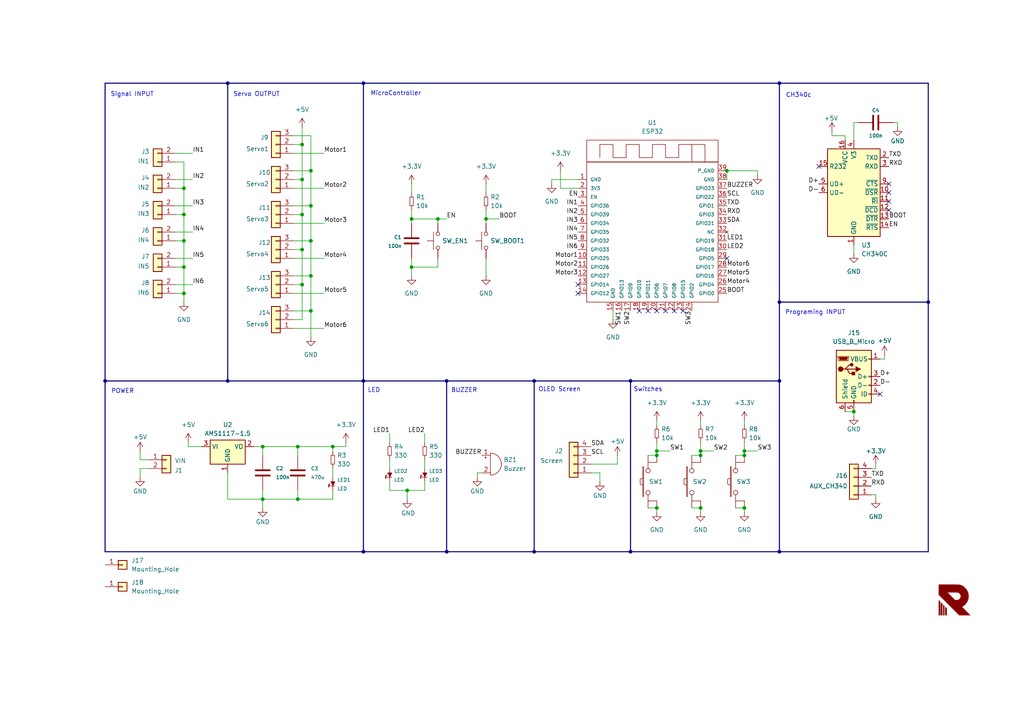
<source format=kicad_sch>
(kicad_sch (version 20231120) (generator "eeschema") (generator_version "8.0")
  (paper "A4")
  (title_block (title "MicroControlador Electroencefalograma") (date "2025-05-07") (rev "v1.0") (company "E.E.S.T. N°5 \"2 de Abril\" Temperley") (comment 1 "Autor: Iván Romano") (comment 2 "Curso: 7mo 6ta") (comment 3 "Grupo 2"))
  (lib_symbols
    (symbol "Connector:USB_B_Micro" (pin_names (offset 1.016))
      (property "Reference" "J" (at -5.08 11.43 0))
      (property "Value" "USB_B_Micro" (at -5.08 8.89 0))
      (symbol "USB_B_Micro_1_1"
        (pin power_out line (at 7.62 5.08 180) (length 2.54) (name "VBUS") (number "1"))
        (pin bidirectional line (at 7.62 -2.54 180) (length 2.54) (name "D-") (number "2"))
        (pin bidirectional line (at 7.62 0 180) (length 2.54) (name "D+") (number "3"))
        (pin passive line (at 7.62 -5.08 180) (length 2.54) (name "ID") (number "4"))
        (pin power_out line (at 0 -10.16 90) (length 2.54) (name "GND") (number "5"))
        (pin passive line (at -2.54 -10.16 90) (length 2.54) (name "Shield") (number "6"))
      )
    )
    (symbol "Connector_Generic:Conn_01x01" (pin_names (offset 1.016) hide)
      (property "Reference" "J" (at 0 2.54 0))
      (property "Value" "Conn_01x01" (at 0 -2.54 0))
      (symbol "Conn_01x01_1_1"
        (pin passive line (at -5.08 0 0) (length 3.81) (name "Pin_1") (number "1"))
      )
    )
    (symbol "Connector_Generic:Conn_01x02" (pin_names (offset 1.016) hide)
      (property "Reference" "J" (at 0 2.54 0))
      (property "Value" "Conn_01x02" (at 0 -5.08 0))
      (symbol "Conn_01x02_1_1"
        (pin passive line (at -5.08 0 0) (length 3.81) (name "Pin_1") (number "1"))
        (pin passive line (at -5.08 -2.54 0) (length 3.81) (name "Pin_2") (number "2"))
      )
    )
    (symbol "Connector_Generic:Conn_01x03" (pin_names (offset 1.016) hide)
      (property "Reference" "J" (at 0 5.08 0))
      (property "Value" "Conn_01x03" (at 0 -5.08 0))
      (symbol "Conn_01x03_1_1"
        (pin passive line (at -5.08 2.54 0) (length 3.81) (name "Pin_1") (number "1"))
        (pin passive line (at -5.08 0 0) (length 3.81) (name "Pin_2") (number "2"))
        (pin passive line (at -5.08 -2.54 0) (length 3.81) (name "Pin_3") (number "3"))
      )
    )
    (symbol "Connector_Generic:Conn_01x04" (pin_names (offset 1.016) hide)
      (property "Reference" "J" (at 0 5.08 0))
      (property "Value" "Conn_01x04" (at 0 -7.62 0))
      (symbol "Conn_01x04_1_1"
        (pin passive line (at -5.08 2.54 0) (length 3.81) (name "Pin_1") (number "1"))
        (pin passive line (at -5.08 0 0) (length 3.81) (name "Pin_2") (number "2"))
        (pin passive line (at -5.08 -2.54 0) (length 3.81) (name "Pin_3") (number "3"))
        (pin passive line (at -5.08 -5.08 0) (length 3.81) (name "Pin_4") (number "4"))
      )
    )
    (symbol "EESTN5:Buzzer" (pin_names (offset 0.0254) hide)
      (property "Reference" "BZ" (at 3.81 1.27 0))
      (property "Value" "Buzzer" (at 3.81 -1.27 0))
      (symbol "Buzzer_1_1"
        (pin passive line (at -2.54 2.54 0) (length 2.54) (name "-") (number "1"))
        (pin passive line (at -2.54 -2.54 0) (length 2.54) (name "+") (number "2"))
      )
    )
    (symbol "EESTN5:C" (pin_numbers hide) (pin_names (offset 0.254))
      (property "Reference" "C" (at 0 2.54 0))
      (property "Value" "C" (at 0.1524 -2.159 0))
      (symbol "C_1_1"
        (pin passive line (at 0 5.08 270) (length 4.318) (name "~") (number "1"))
        (pin passive line (at 0 -5.08 90) (length 4.318) (name "~") (number "2"))
      )
    )
    (symbol "EESTN5:LED" (pin_numbers hide) (pin_names (offset 1.016) hide)
      (property "Reference" "LED" (at 0 2.54 0))
      (property "Value" "LED" (at 0 -2.54 0))
      (symbol "LED_1_1"
        (pin passive line (at -1.27 0 0) (length 1.27) (name "A") (number "1"))
        (pin passive line (at 2.54 0 180) (length 1.27) (name "K") (number "2"))
      )
    )
    (symbol "EESTN5:R" (pin_numbers hide) (pin_names (offset 0))
      (property "Reference" "R" (at -1.27 0 90))
      (property "Value" "R" (at 1.27 0 90))
      (symbol "R_1_1"
        (pin passive line (at 0 2.54 270) (length 1.27) (name "~") (number "1"))
        (pin passive line (at 0 -2.54 90) (length 1.27) (name "~") (number "2"))
      )
    )
    (symbol "EESTN5:SW_PUSH" (pin_numbers hide) (pin_names (offset 1.016) hide)
      (property "Reference" "SW" (at 3.81 2.794 0))
      (symbol "SW_PUSH_0_1"
        (pin passive inverted (at -7.62 0 0) (length 5.08) (name "1") (number "1"))
        (pin passive inverted (at 7.62 0 180) (length 5.08) (name "3") (number "3"))
      )
      (symbol "SW_PUSH_1_1"
        (pin input line (at -7.62 -2.54 0) (length 2.0066) (name "2") (number "2"))
        (pin input line (at 7.62 -2.54 180) (length 2.0066) (name "4") (number "4"))
      )
    )
    (symbol "EESTN5:SW_Push" (pin_numbers hide) (pin_names (offset 1.016) hide)
      (property "Reference" "SW" (at 1.27 2.54 0))
      (symbol "SW_Push_0_1"
        (pin passive line (at -5.08 0 0) (length 2.54) (name "1") (number "1"))
        (pin passive line (at 5.08 0 180) (length 2.54) (name "2") (number "2"))
      )
    )
    (symbol "Interface_USB:CH340C"
      (property "Reference" "U" (at -5.08 13.97 0))
      (property "Value" "CH340C" (at 1.27 13.97 0))
      (symbol "CH340C_1_1"
        (pin power_in line (at 0 -15.24 90) (length 2.54) (name "GND") (number "1"))
        (pin input line (at 10.16 0 180) (length 2.54) (name "~{DSR}") (number "10"))
        (pin input line (at 10.16 -2.54 180) (length 2.54) (name "~{RI}") (number "11"))
        (pin input line (at 10.16 -5.08 180) (length 2.54) (name "~{DCD}") (number "12"))
        (pin output line (at 10.16 -7.62 180) (length 2.54) (name "~{DTR}") (number "13"))
        (pin output line (at 10.16 -10.16 180) (length 2.54) (name "~{RTS}") (number "14"))
        (pin input line (at -10.16 7.62 0) (length 2.54) (name "R232") (number "15"))
        (pin power_in line (at -2.54 15.24 270) (length 2.54) (name "VCC") (number "16"))
        (pin output line (at 10.16 10.16 180) (length 2.54) (name "TXD") (number "2"))
        (pin input line (at 10.16 7.62 180) (length 2.54) (name "RXD") (number "3"))
        (pin power_out line (at 0 15.24 270) (length 2.54) (name "V3") (number "4"))
        (pin bidirectional line (at -10.16 2.54 0) (length 2.54) (name "UD+") (number "5"))
        (pin bidirectional line (at -10.16 0 0) (length 2.54) (name "UD-") (number "6"))
        (pin no_connect line (at -7.62 -5.08 0) (length 2.54) hide (name "NC") (number "7"))
        (pin no_connect line (at -7.62 -7.62 0) (length 2.54) hide (name "NC") (number "8"))
        (pin input line (at 10.16 2.54 180) (length 2.54) (name "~{CTS}") (number "9"))
      )
    )
    (symbol "Logo_Romano:LOGO" (pin_names (offset 1.016)))
    (symbol "MacroLib:ESP32" (pin_names (offset 1.016))
      (property "Reference" "U" (at 0 27.94 0))
      (property "Value" "ESP32" (at 0 30.48 0))
      (symbol "ESP32_1_1"
        (pin bidirectional line (at -21.59 13.97 0) (length 2.54) (name "GND") (number "1"))
        (pin bidirectional line (at -21.59 -8.89 0) (length 2.54) (name "GPIO25") (number "10"))
        (pin bidirectional line (at -21.59 -11.43 0) (length 2.54) (name "GPIO26") (number "11"))
        (pin bidirectional line (at -21.59 -13.97 0) (length 2.54) (name "GPIO27") (number "12"))
        (pin bidirectional line (at -21.59 -16.51 0) (length 2.54) (name "GPIO14") (number "13"))
        (pin bidirectional line (at -21.59 -19.05 0) (length 2.54) (name "GPIO12") (number "14"))
        (pin bidirectional line (at -11.43 -24.13 90) (length 2.54) (name "GND") (number "15"))
        (pin bidirectional line (at -8.89 -24.13 90) (length 2.54) (name "GPIO13") (number "16"))
        (pin bidirectional line (at -6.35 -24.13 90) (length 2.54) (name "GPIO9") (number "17"))
        (pin bidirectional line (at -3.81 -24.13 90) (length 2.54) (name "GPIO10") (number "18"))
        (pin bidirectional line (at -1.27 -24.13 90) (length 2.54) (name "GPIO11") (number "19"))
        (pin bidirectional line (at -21.59 11.43 0) (length 2.54) (name "3V3") (number "2"))
        (pin bidirectional line (at 1.27 -24.13 90) (length 2.54) (name "GPIO6") (number "20"))
        (pin bidirectional line (at 3.81 -24.13 90) (length 2.54) (name "GPIO7") (number "21"))
        (pin bidirectional line (at 6.35 -24.13 90) (length 2.54) (name "GPIO8") (number "22"))
        (pin bidirectional line (at 8.89 -24.13 90) (length 2.54) (name "GPIO15") (number "23"))
        (pin bidirectional line (at 11.43 -24.13 90) (length 2.54) (name "GPIO2") (number "24"))
        (pin bidirectional line (at 21.59 -19.05 180) (length 2.54) (name "GPIO0") (number "25"))
        (pin bidirectional line (at 21.59 -16.51 180) (length 2.54) (name "GPIO4") (number "26"))
        (pin bidirectional line (at 21.59 -13.97 180) (length 2.54) (name "GPIO16") (number "27"))
        (pin bidirectional line (at 21.59 -11.43 180) (length 2.54) (name "GPIO17") (number "28"))
        (pin bidirectional line (at 21.59 -8.89 180) (length 2.54) (name "GPIO5") (number "29"))
        (pin bidirectional line (at -21.59 8.89 0) (length 2.54) (name "EN") (number "3"))
        (pin bidirectional line (at 21.59 -6.35 180) (length 2.54) (name "GPIO18") (number "30"))
        (pin bidirectional line (at 21.59 -3.81 180) (length 2.54) (name "GPIO19") (number "31"))
        (pin no_connect line (at 21.59 -1.27 180) (length 2.54) (name "NC") (number "32"))
        (pin bidirectional line (at 21.59 1.27 180) (length 2.54) (name "GPIO21") (number "33"))
        (pin input line (at 21.59 3.81 180) (length 2.54) (name "GPIO3") (number "34"))
        (pin output line (at 21.59 6.35 180) (length 2.54) (name "GPIO1") (number "35"))
        (pin bidirectional line (at 21.59 8.89 180) (length 2.54) (name "GPIO22") (number "36"))
        (pin bidirectional line (at 21.59 11.43 180) (length 2.54) (name "GPIO23") (number "37"))
        (pin bidirectional line (at 21.59 13.97 180) (length 2.54) (name "GND") (number "38"))
        (pin bidirectional line (at 21.59 16.51 180) (length 2.54) (name "P_GND") (number "39"))
        (pin input line (at -21.59 6.35 0) (length 2.54) (name "GPIO36") (number "4"))
        (pin input line (at -21.59 3.81 0) (length 2.54) (name "GPIO39") (number "5"))
        (pin input line (at -21.59 1.27 0) (length 2.54) (name "GPIO34") (number "6"))
        (pin input line (at -21.59 -1.27 0) (length 2.54) (name "GPIO35") (number "7"))
        (pin bidirectional line (at -21.59 -3.81 0) (length 2.54) (name "GPIO32") (number "8"))
        (pin bidirectional line (at -21.59 -6.35 0) (length 2.54) (name "GPIO33") (number "9"))
      )
    )
    (symbol "Regulator_Linear:AMS1117-1.5"
      (property "Reference" "U" (at -3.81 3.175 0))
      (property "Value" "AMS1117-1.5" (at 0 3.175 0))
      (symbol "AMS1117-1.5_1_1"
        (pin power_in line (at 0 -7.62 90) (length 2.54) (name "GND") (number "1"))
        (pin power_out line (at 7.62 0 180) (length 2.54) (name "VO") (number "2"))
        (pin power_in line (at -7.62 0 0) (length 2.54) (name "VI") (number "3"))
      )
    )
    (symbol "power:+3.3V" (power) (pin_numbers hide) (pin_names (offset 0) hide)
      (property "Value" "+3.3V" (at 0 3.556 0))
      (symbol "+3.3V_1_1"
        (pin power_in line (at 0 0 90) (length 0) (name "~") (number "1"))
      )
    )
    (symbol "power:+5V" (power) (pin_numbers hide) (pin_names (offset 0) hide)
      (property "Value" "+5V" (at 0 3.556 0))
      (symbol "+5V_1_1"
        (pin power_in line (at 0 0 90) (length 0) (name "~") (number "1"))
      )
    )
    (symbol "power:GND" (power) (pin_numbers hide) (pin_names (offset 0) hide)
      (property "Value" "GND" (at 0 -3.81 0))
      (symbol "GND_1_1"
        (pin power_in line (at 0 0 270) (length 0) (name "~") (number "1"))
      )
    )
  )
  (junction (at 190.5 132.08))
  (junction (at 53.34 62.23))
  (junction (at 182.88 110.49))
  (junction (at 53.34 77.47))
  (junction (at 203.2 130.81))
  (junction (at 53.34 54.61))
  (junction (at 76.2 144.78))
  (junction (at 190.5 147.32))
  (junction (at 129.54 110.49))
  (junction (at 86.36 144.78))
  (junction (at 182.88 160.02))
  (junction (at 226.06 160.02))
  (junction (at 215.9 130.81))
  (junction (at 215.9 147.32))
  (junction (at 140.97 63.5))
  (junction (at 90.17 80.01))
  (junction (at 53.34 69.85))
  (junction (at 154.94 110.49))
  (junction (at 119.38 63.5))
  (junction (at 76.2 129.54))
  (junction (at 247.65 119.38))
  (junction (at 90.17 49.53))
  (junction (at 210.82 49.53))
  (junction (at 66.04 110.49))
  (junction (at 226.06 87.63))
  (junction (at 87.63 72.39))
  (junction (at 30.48 110.49))
  (junction (at 119.38 77.47))
  (junction (at 203.2 132.08))
  (junction (at 118.11 142.24))
  (junction (at 226.06 110.49))
  (junction (at 154.94 160.02))
  (junction (at 226.06 24.13))
  (junction (at 86.36 129.54))
  (junction (at 105.41 110.49))
  (junction (at 53.34 85.09))
  (junction (at 87.63 52.07))
  (junction (at 105.41 24.13))
  (junction (at 90.17 90.17))
  (junction (at 90.17 69.85))
  (junction (at 129.54 160.02))
  (junction (at 127 63.5))
  (junction (at 87.63 62.23))
  (junction (at 90.17 59.69))
  (junction (at 66.04 24.13))
  (junction (at 269.24 87.63))
  (junction (at 87.63 82.55))
  (junction (at 96.52 129.54))
  (junction (at 105.41 160.02))
  (junction (at 203.2 147.32))
  (junction (at 215.9 132.08))
  (junction (at 87.63 41.91))
  (junction (at 190.5 130.81))
  (no_connect (at 210.82 74.93))
  (no_connect (at 257.81 60.96))
  (no_connect (at 190.5 90.17))
  (no_connect (at 257.81 55.88))
  (no_connect (at 187.96 90.17))
  (no_connect (at 167.64 82.55))
  (no_connect (at 185.42 90.17))
  (no_connect (at 193.04 90.17))
  (no_connect (at 255.27 114.3))
  (no_connect (at 195.58 90.17))
  (no_connect (at 257.81 53.34))
  (no_connect (at 198.12 90.17))
  (no_connect (at 237.49 48.26))
  (no_connect (at 257.81 58.42))
  (no_connect (at 167.64 85.09))
  (wire (pts (xy 247.65 71.12) (xy 247.65 73.66)))
  (bus (pts (xy 226.06 24.13) (xy 105.41 24.13)))
  (bus (pts (xy 105.41 110.49) (xy 105.41 24.13)))
  (wire (pts (xy 85.09 52.07) (xy 87.63 52.07)))
  (wire (pts (xy 96.52 129.54) (xy 96.52 130.81)))
  (wire (pts (xy 113.03 142.24) (xy 118.11 142.24)))
  (wire (pts (xy 241.3 38.1) (xy 241.3 39.37)))
  (wire (pts (xy 85.09 59.69) (xy 90.17 59.69)))
  (wire (pts (xy 87.63 52.07) (xy 87.63 62.23)))
  (wire (pts (xy 113.03 139.7) (xy 113.03 142.24)))
  (wire (pts (xy 190.5 121.92) (xy 190.5 123.19)))
  (wire (pts (xy 85.09 41.91) (xy 87.63 41.91)))
  (wire (pts (xy 87.63 36.83) (xy 87.63 41.91)))
  (wire (pts (xy 53.34 54.61) (xy 53.34 62.23)))
  (bus (pts (xy 129.54 110.49) (xy 129.54 160.02)))
  (wire (pts (xy 138.43 138.43) (xy 138.43 137.16)))
  (wire (pts (xy 123.19 139.7) (xy 123.19 142.24)))
  (wire (pts (xy 85.09 95.25) (xy 93.98 95.25)))
  (wire (pts (xy 260.35 36.83) (xy 260.35 35.56)))
  (wire (pts (xy 85.09 90.17) (xy 90.17 90.17)))
  (wire (pts (xy 53.34 62.23) (xy 53.34 69.85)))
  (bus (pts (xy 30.48 24.13) (xy 30.48 110.49)))
  (wire (pts (xy 85.09 74.93) (xy 93.98 74.93)))
  (wire (pts (xy 87.63 41.91) (xy 87.63 52.07)))
  (wire (pts (xy 76.2 144.78) (xy 66.04 144.78)))
  (wire (pts (xy 76.2 144.78) (xy 76.2 147.32)))
  (wire (pts (xy 76.2 142.24) (xy 76.2 144.78)))
  (wire (pts (xy 54.61 129.54) (xy 58.42 129.54)))
  (wire (pts (xy 203.2 130.81) (xy 203.2 132.08)))
  (wire (pts (xy 123.19 133.35) (xy 123.19 135.89)))
  (wire (pts (xy 119.38 77.47) (xy 127 77.47)))
  (wire (pts (xy 248.92 35.56) (xy 247.65 35.56)))
  (wire (pts (xy 86.36 129.54) (xy 76.2 129.54)))
  (wire (pts (xy 85.09 62.23) (xy 87.63 62.23)))
  (wire (pts (xy 215.9 130.81) (xy 215.9 132.08)))
  (wire (pts (xy 43.18 133.35) (xy 40.64 133.35)))
  (wire (pts (xy 173.99 137.16) (xy 171.45 137.16)))
  (wire (pts (xy 119.38 53.34) (xy 119.38 55.88)))
  (wire (pts (xy 40.64 135.89) (xy 43.18 135.89)))
  (bus (pts (xy 226.06 24.13) (xy 226.06 87.63)))
  (bus (pts (xy 30.48 160.02) (xy 105.41 160.02)))
  (wire (pts (xy 160.02 53.34) (xy 160.02 52.07)))
  (bus (pts (xy 66.04 24.13) (xy 30.48 24.13)))
  (wire (pts (xy 177.8 90.17) (xy 177.8 92.71)))
  (wire (pts (xy 90.17 59.69) (xy 90.17 69.85)))
  (wire (pts (xy 85.09 54.61) (xy 93.98 54.61)))
  (wire (pts (xy 138.43 137.16) (xy 139.7 137.16)))
  (wire (pts (xy 187.96 132.08) (xy 190.5 132.08)))
  (wire (pts (xy 90.17 90.17) (xy 90.17 97.79)))
  (wire (pts (xy 76.2 129.54) (xy 73.66 129.54)))
  (wire (pts (xy 96.52 142.24) (xy 96.52 144.78)))
  (wire (pts (xy 85.09 82.55) (xy 87.63 82.55)))
  (wire (pts (xy 90.17 80.01) (xy 90.17 90.17)))
  (wire (pts (xy 113.03 133.35) (xy 113.03 135.89)))
  (wire (pts (xy 50.8 52.07) (xy 55.88 52.07)))
  (wire (pts (xy 190.5 148.59) (xy 190.5 147.32)))
  (wire (pts (xy 173.99 139.7) (xy 173.99 137.16)))
  (wire (pts (xy 96.52 144.78) (xy 86.36 144.78)))
  (wire (pts (xy 100.33 129.54) (xy 96.52 129.54)))
  (wire (pts (xy 85.09 80.01) (xy 90.17 80.01)))
  (bus (pts (xy 226.06 160.02) (xy 269.24 160.02)))
  (wire (pts (xy 203.2 148.59) (xy 203.2 147.32)))
  (wire (pts (xy 50.8 46.99) (xy 53.34 46.99)))
  (wire (pts (xy 50.8 59.69) (xy 55.88 59.69)))
  (wire (pts (xy 96.52 129.54) (xy 86.36 129.54)))
  (wire (pts (xy 219.71 49.53) (xy 210.82 49.53)))
  (bus (pts (xy 30.48 110.49) (xy 30.48 160.02)))
  (wire (pts (xy 127 63.5) (xy 129.54 63.5)))
  (wire (pts (xy 119.38 77.47) (xy 119.38 80.01)))
  (wire (pts (xy 90.17 69.85) (xy 90.17 80.01)))
  (bus (pts (xy 154.94 110.49) (xy 154.94 160.02)))
  (wire (pts (xy 254 144.78) (xy 254 143.51)))
  (bus (pts (xy 105.41 110.49) (xy 129.54 110.49)))
  (wire (pts (xy 85.09 64.77) (xy 93.98 64.77)))
  (wire (pts (xy 200.66 147.32) (xy 203.2 147.32)))
  (wire (pts (xy 85.09 44.45) (xy 93.98 44.45)))
  (wire (pts (xy 160.02 52.07) (xy 167.64 52.07)))
  (bus (pts (xy 66.04 24.13) (xy 66.04 110.49)))
  (wire (pts (xy 90.17 49.53) (xy 90.17 59.69)))
  (wire (pts (xy 254 134.62) (xy 254 135.89)))
  (wire (pts (xy 50.8 62.23) (xy 53.34 62.23)))
  (wire (pts (xy 254 135.89) (xy 252.73 135.89)))
  (wire (pts (xy 127 77.47) (xy 127 74.93)))
  (wire (pts (xy 66.04 144.78) (xy 66.04 137.16)))
  (wire (pts (xy 40.64 138.43) (xy 40.64 135.89)))
  (wire (pts (xy 260.35 35.56) (xy 259.08 35.56)))
  (wire (pts (xy 127 63.5) (xy 127 64.77)))
  (wire (pts (xy 140.97 53.34) (xy 140.97 55.88)))
  (bus (pts (xy 226.06 87.63) (xy 269.24 87.63)))
  (wire (pts (xy 85.09 49.53) (xy 90.17 49.53)))
  (bus (pts (xy 154.94 160.02) (xy 182.88 160.02)))
  (bus (pts (xy 129.54 110.49) (xy 154.94 110.49)))
  (wire (pts (xy 247.65 35.56) (xy 247.65 40.64)))
  (bus (pts (xy 105.41 24.13) (xy 66.04 24.13)))
  (bus (pts (xy 226.06 110.49) (xy 226.06 160.02)))
  (wire (pts (xy 256.54 102.87) (xy 256.54 104.14)))
  (wire (pts (xy 50.8 54.61) (xy 53.34 54.61)))
  (bus (pts (xy 30.48 110.49) (xy 66.04 110.49)))
  (wire (pts (xy 162.56 49.53) (xy 162.56 54.61)))
  (wire (pts (xy 85.09 72.39) (xy 87.63 72.39)))
  (wire (pts (xy 53.34 46.99) (xy 53.34 54.61)))
  (wire (pts (xy 215.9 121.92) (xy 215.9 123.19)))
  (wire (pts (xy 50.8 69.85) (xy 53.34 69.85)))
  (bus (pts (xy 105.41 110.49) (xy 105.41 160.02)))
  (wire (pts (xy 113.03 125.73) (xy 113.03 128.27)))
  (wire (pts (xy 119.38 63.5) (xy 119.38 64.77)))
  (wire (pts (xy 119.38 63.5) (xy 127 63.5)))
  (wire (pts (xy 96.52 135.89) (xy 96.52 138.43)))
  (wire (pts (xy 179.07 132.08) (xy 179.07 134.62)))
  (bus (pts (xy 226.06 87.63) (xy 226.06 110.49)))
  (wire (pts (xy 50.8 77.47) (xy 53.34 77.47)))
  (wire (pts (xy 50.8 82.55) (xy 55.88 82.55)))
  (wire (pts (xy 119.38 74.93) (xy 119.38 77.47)))
  (wire (pts (xy 140.97 60.96) (xy 140.97 63.5)))
  (wire (pts (xy 215.9 130.81) (xy 219.71 130.81)))
  (wire (pts (xy 53.34 77.47) (xy 53.34 85.09)))
  (bus (pts (xy 182.88 110.49) (xy 182.88 160.02)))
  (wire (pts (xy 256.54 104.14) (xy 255.27 104.14)))
  (wire (pts (xy 254 143.51) (xy 252.73 143.51)))
  (wire (pts (xy 86.36 129.54) (xy 86.36 132.08)))
  (wire (pts (xy 245.11 119.38) (xy 247.65 119.38)))
  (wire (pts (xy 200.66 132.08) (xy 203.2 132.08)))
  (wire (pts (xy 210.82 49.53) (xy 210.82 52.07)))
  (wire (pts (xy 140.97 63.5) (xy 140.97 64.77)))
  (wire (pts (xy 76.2 129.54) (xy 76.2 132.08)))
  (bus (pts (xy 105.41 160.02) (xy 129.54 160.02)))
  (wire (pts (xy 85.09 39.37) (xy 90.17 39.37)))
  (wire (pts (xy 118.11 142.24) (xy 123.19 142.24)))
  (wire (pts (xy 86.36 142.24) (xy 86.36 144.78)))
  (wire (pts (xy 140.97 74.93) (xy 140.97 80.01)))
  (wire (pts (xy 50.8 67.31) (xy 55.88 67.31)))
  (wire (pts (xy 53.34 85.09) (xy 53.34 87.63)))
  (wire (pts (xy 213.36 132.08) (xy 215.9 132.08)))
  (bus (pts (xy 182.88 110.49) (xy 226.06 110.49)))
  (bus (pts (xy 269.24 87.63) (xy 269.24 160.02)))
  (wire (pts (xy 203.2 130.81) (xy 207.01 130.81)))
  (wire (pts (xy 54.61 128.27) (xy 54.61 129.54)))
  (wire (pts (xy 87.63 62.23) (xy 87.63 72.39)))
  (wire (pts (xy 123.19 125.73) (xy 123.19 128.27)))
  (wire (pts (xy 53.34 69.85) (xy 53.34 77.47)))
  (wire (pts (xy 85.09 85.09) (xy 93.98 85.09)))
  (wire (pts (xy 245.11 39.37) (xy 245.11 40.64)))
  (bus (pts (xy 129.54 160.02) (xy 154.94 160.02)))
  (wire (pts (xy 50.8 74.93) (xy 55.88 74.93)))
  (bus (pts (xy 182.88 160.02) (xy 226.06 160.02)))
  (wire (pts (xy 171.45 134.62) (xy 179.07 134.62)))
  (wire (pts (xy 87.63 72.39) (xy 87.63 82.55)))
  (wire (pts (xy 90.17 39.37) (xy 90.17 49.53)))
  (wire (pts (xy 190.5 130.81) (xy 194.31 130.81)))
  (wire (pts (xy 86.36 144.78) (xy 76.2 144.78)))
  (wire (pts (xy 118.11 142.24) (xy 118.11 144.78)))
  (wire (pts (xy 40.64 133.35) (xy 40.64 130.81)))
  (wire (pts (xy 187.96 147.32) (xy 190.5 147.32)))
  (wire (pts (xy 241.3 39.37) (xy 245.11 39.37)))
  (wire (pts (xy 203.2 128.27) (xy 203.2 130.81)))
  (wire (pts (xy 219.71 50.8) (xy 219.71 49.53)))
  (wire (pts (xy 247.65 119.38) (xy 247.65 120.65)))
  (wire (pts (xy 162.56 54.61) (xy 167.64 54.61)))
  (wire (pts (xy 87.63 82.55) (xy 87.63 92.71)))
  (wire (pts (xy 190.5 128.27) (xy 190.5 130.81)))
  (wire (pts (xy 50.8 85.09) (xy 53.34 85.09)))
  (wire (pts (xy 203.2 121.92) (xy 203.2 123.19)))
  (wire (pts (xy 190.5 130.81) (xy 190.5 132.08)))
  (bus (pts (xy 269.24 24.13) (xy 226.06 24.13)))
  (wire (pts (xy 50.8 44.45) (xy 55.88 44.45)))
  (wire (pts (xy 215.9 148.59) (xy 215.9 147.32)))
  (wire (pts (xy 85.09 92.71) (xy 87.63 92.71)))
  (wire (pts (xy 215.9 128.27) (xy 215.9 130.81)))
  (bus (pts (xy 269.24 24.13) (xy 269.24 87.63)))
  (wire (pts (xy 213.36 147.32) (xy 215.9 147.32)))
  (wire (pts (xy 140.97 63.5) (xy 144.78 63.5)))
  (wire (pts (xy 85.09 69.85) (xy 90.17 69.85)))
  (wire (pts (xy 100.33 128.27) (xy 100.33 129.54)))
  (bus (pts (xy 154.94 110.49) (xy 182.88 110.49)))
  (bus (pts (xy 66.04 110.49) (xy 105.41 110.49)))
  (wire (pts (xy 119.38 60.96) (xy 119.38 63.5)))
  (text "Programing INPUT" (at 236.474 90.678 0) (effects (font (size 1.27 1.27))))
  (text "CH340c" (at 231.648 27.686 0) (effects (font (size 1.27 1.27))))
  (text "BUZZER" (at 134.62 113.284 0) (effects (font (size 1.27 1.27))))
  (text "POWER" (at 35.56 113.538 0) (effects (font (size 1.27 1.27))))
  (text "Switches" (at 187.96 113.03 0) (effects (font (size 1.27 1.27))))
  (text "OLED Screen" (at 162.306 113.03 0) (effects (font (size 1.27 1.27))))
  (text "Signal INPUT" (at 38.354 27.432 0) (effects (font (size 1.27 1.27))))
  (text "MicroController" (at 114.808 27.178 0) (effects (font (size 1.27 1.27))))
  (text "Servo OUTPUT" (at 74.422 27.432 0) (effects (font (size 1.27 1.27))))
  (text "LED" (at 108.458 113.284 0) (effects (font (size 1.27 1.27))))
  (label "SCL" (at 210.82 57.15 0))
  (label "IN1" (at 55.88 44.45 0))
  (label "SW1" (at 180.34 90.17 270))
  (label "Motor1" (at 167.64 74.93 180))
  (label "TXD" (at 252.73 138.43 0))
  (label "LED2" (at 210.82 72.39 0))
  (label "D+" (at 237.49 53.34 180))
  (label "BOOT" (at 144.78 63.5 0))
  (label "TXD" (at 257.81 45.72 0))
  (label "SDA" (at 210.82 64.77 0))
  (label "SDA" (at 171.45 129.54 0))
  (label "Motor6" (at 210.82 77.47 0))
  (label "IN1" (at 167.64 59.69 180))
  (label "EN" (at 167.64 57.15 180))
  (label "IN2" (at 55.88 52.07 0))
  (label "RXD" (at 210.82 62.23 0))
  (label "D-" (at 237.49 55.88 180))
  (label "EN" (at 129.54 63.5 0))
  (label "Motor2" (at 167.64 77.47 180))
  (label "SW3" (at 219.71 130.81 0))
  (label "SW3" (at 200.66 90.17 270))
  (label "Motor4" (at 93.98 74.93 0))
  (label "SW1" (at 194.31 130.81 0))
  (label "SW2" (at 182.88 90.17 270))
  (label "IN3" (at 55.88 59.69 0))
  (label "BUZZER" (at 210.82 54.61 0))
  (label "BOOT" (at 210.82 85.09 0))
  (label "LED1" (at 113.03 125.73 180))
  (label "SW2" (at 207.01 130.81 0))
  (label "TXD" (at 210.82 59.69 0))
  (label "IN2" (at 167.64 62.23 180))
  (label "IN6" (at 167.64 72.39 180))
  (label "IN3" (at 167.64 64.77 180))
  (label "IN5" (at 55.88 74.93 0))
  (label "BOOT" (at 257.81 63.5 0))
  (label "LED2" (at 123.19 125.73 180))
  (label "BUZZER" (at 139.7 132.08 180))
  (label "LED1" (at 210.82 69.85 0))
  (label "Motor6" (at 93.98 95.25 0))
  (label "D-" (at 255.27 111.76 0))
  (label "SCL" (at 171.45 132.08 0))
  (label "Motor5" (at 210.82 80.01 0))
  (label "RXD" (at 252.73 140.97 0))
  (label "Motor2" (at 93.98 54.61 0))
  (label "Motor4" (at 210.82 82.55 0))
  (label "Motor1" (at 93.98 44.45 0))
  (label "IN6" (at 55.88 82.55 0))
  (label "RXD" (at 257.81 48.26 0))
  (label "Motor5" (at 93.98 85.09 0))
  (label "Motor3" (at 167.64 80.01 180))
  (label "D+" (at 255.27 109.22 0))
  (label "EN" (at 257.81 66.04 0))
  (label "IN4" (at 167.64 67.31 180))
  (label "IN5" (at 167.64 69.85 180))
  (label "Motor3" (at 93.98 64.77 0))
  (label "IN4" (at 55.88 67.31 0))
  (symbol (lib_id "EESTN5:LED") (at 96.52 139.7 270) (unit 1)
    (property "Reference" "LED1" (at 97.79 139.1919 90) (effects (font (size 1.016 1.016)) (justify left)))
    (property "Value" "LED" (at 97.79 141.7319 90) (effects (font (size 1.016 1.016)) (justify left)))
    (property "Footprint" "EESTN5:LED_1206" (effects (hide yes)))
  )
  (symbol (lib_id "Connector_Generic:Conn_01x02") (at 45.72 69.85 180) (unit 1)
    (property "Reference" "J6" (at 42.164 66.802 0))
    (property "Value" "IN4" (at 41.656 69.596 0))
    (property "Footprint" "Connector_Molex:Molex_KK-254_AE-6410-02A_1x02_P2.54mm_Vertical" (effects (hide yes)))
    (property "Description" "Generic connector, single row, 01x02, script generated (kicad-library-utils/schlib/autogen/connector/)" (effects (hide yes)))
  )
  (symbol (lib_id "power:GND") (at 215.9 148.59 0) (unit 1)
    (property "Reference" "#PWR033" (effects (hide yes)))
    (property "Value" "GND" (at 215.9 153.67 0))
    (property "Description" "Power symbol creates a global label with name \"GND\" , ground" (effects (hide yes)))
  )
  (symbol (lib_id "Connector_Generic:Conn_01x03") (at 80.01 52.07 180) (unit 1)
    (property "Reference" "J10" (at 76.708 50.038 0))
    (property "Value" "Servo2" (at 74.676 53.34 0))
    (property "Footprint" "Connector_Molex:Molex_KK-254_AE-6410-03A_1x03_P2.54mm_Vertical" (effects (hide yes)))
    (property "Description" "Generic connector, single row, 01x03, script generated (kicad-library-utils/schlib/autogen/connector/)" (effects (hide yes)))
  )
  (symbol (lib_id "Connector_Generic:Conn_01x01") (at 35.56 163.83 0) (unit 1)
    (property "Reference" "J17" (at 38.1 162.5599 0) (effects (justify left)))
    (property "Value" "Mounting_Hole" (at 38.1 165.0999 0) (effects (justify left)))
    (property "Footprint" "EESTN5:hole_2mm" (effects (hide yes)))
    (property "Description" "Generic connector, single row, 01x01, script generated (kicad-library-utils/schlib/autogen/connector/)" (effects (hide yes)))
  )
  (symbol (lib_id "power:+3.3V") (at 100.33 128.27 0) (unit 1)
    (property "Reference" "#PWR09" (effects (hide yes)))
    (property "Value" "+3.3V" (at 100.33 123.19 0))
    (property "Description" "Power symbol creates a global label with name \"+3.3V\"" (effects (hide yes)))
  )
  (symbol (lib_id "Connector_Generic:Conn_01x02") (at 45.72 85.09 180) (unit 1)
    (property "Reference" "J8" (at 42.164 82.042 0))
    (property "Value" "IN6" (at 41.656 84.836 0))
    (property "Footprint" "Connector_Molex:Molex_KK-254_AE-6410-02A_1x02_P2.54mm_Vertical" (effects (hide yes)))
    (property "Description" "Generic connector, single row, 01x02, script generated (kicad-library-utils/schlib/autogen/connector/)" (effects (hide yes)))
  )
  (symbol (lib_id "EESTN5:R") (at 190.5 125.73 0) (unit 1)
    (property "Reference" "R6" (at 191.77 124.4599 0) (effects (justify left)))
    (property "Value" "10k" (at 191.77 126.9999 0) (effects (justify left)))
    (property "Footprint" "EESTN5:R_0805" (effects (hide yes)))
    (property "Description" "Resistor" (effects (hide yes)))
  )
  (symbol (lib_id "power:GND") (at 247.65 120.65 0) (unit 1)
    (property "Reference" "#PWR025" (effects (hide yes)))
    (property "Value" "GND" (at 247.65 124.46 0))
    (property "Description" "Power symbol creates a global label with name \"GND\" , ground" (effects (hide yes)))
  )
  (symbol (lib_id "power:+3.3V") (at 254 134.62 0) (unit 1)
    (property "Reference" "#PWR026" (effects (hide yes)))
    (property "Value" "+3.3V" (at 254 130.81 0))
    (property "Description" "Power symbol creates a global label with name \"+3.3V\"" (effects (hide yes)))
  )
  (symbol (lib_id "Connector_Generic:Conn_01x03") (at 80.01 41.91 180) (unit 1)
    (property "Reference" "J9" (at 76.708 39.878 0))
    (property "Value" "Servo1" (at 74.676 43.18 0))
    (property "Footprint" "Connector_Molex:Molex_KK-254_AE-6410-03A_1x03_P2.54mm_Vertical" (effects (hide yes)))
    (property "Description" "Generic connector, single row, 01x03, script generated (kicad-library-utils/schlib/autogen/connector/)" (effects (hide yes)))
  )
  (symbol (lib_id "power:GND") (at 119.38 80.01 0) (unit 1)
    (property "Reference" "#PWR04" (effects (hide yes)))
    (property "Value" "GND" (at 119.38 85.09 0))
    (property "Description" "Power symbol creates a global label with name \"GND\" , ground" (effects (hide yes)))
  )
  (symbol (lib_id "power:+5V") (at 87.63 36.83 0) (unit 1)
    (property "Reference" "#PWR018" (effects (hide yes)))
    (property "Value" "+5V" (at 87.63 31.75 0))
    (property "Description" "Power symbol creates a global label with name \"+5V\"" (effects (hide yes)))
  )
  (symbol (lib_id "EESTN5:C") (at 86.36 137.16 0) (unit 1)
    (property "Reference" "C3" (at 90.17 135.8899 0) (effects (font (size 1.016 1.016)) (justify left)))
    (property "Value" "470u" (at 90.17 138.4299 0) (effects (font (size 1.016 1.016)) (justify left)))
    (property "Footprint" "EESTN5:CAP_ELEC_8x11.5mm" (effects (hide yes)))
  )
  (symbol (lib_id "Connector_Generic:Conn_01x02") (at 45.72 77.47 180) (unit 1)
    (property "Reference" "J7" (at 42.164 74.422 0))
    (property "Value" "IN5" (at 41.656 77.216 0))
    (property "Footprint" "Connector_Molex:Molex_KK-254_AE-6410-02A_1x02_P2.54mm_Vertical" (effects (hide yes)))
    (property "Description" "Generic connector, single row, 01x02, script generated (kicad-library-utils/schlib/autogen/connector/)" (effects (hide yes)))
  )
  (symbol (lib_id "Connector_Generic:Conn_01x02") (at 48.26 133.35 0) (unit 1)
    (property "Reference" "J1" (at 51.816 136.398 0))
    (property "Value" "VIN" (at 52.324 133.604 0))
    (property "Footprint" "Connector_Molex:Molex_KK-254_AE-6410-02A_1x02_P2.54mm_Vertical" (effects (hide yes)))
    (property "Description" "Generic connector, single row, 01x02, script generated (kicad-library-utils/schlib/autogen/connector/)" (effects (hide yes)))
  )
  (symbol (lib_id "EESTN5:SW_PUSH") (at 213.36 139.7 90) (unit 1)
    (property "Reference" "SW3" (at 213.614 139.7 90) (effects (justify right)))
    (property "Value" "SW_PUSH" (effects (hide yes)))
    (property "Footprint" "EESTN5:Pulsador_TH_4" (effects (hide yes)))
  )
  (symbol (lib_id "Interface_USB:CH340C") (at 247.65 55.88 0) (unit 1)
    (property "Reference" "U3" (at 249.8441 71.12 0) (effects (justify left)))
    (property "Value" "CH340C" (at 249.8441 73.66 0) (effects (justify left)))
    (property "Footprint" "Package_SO:SOIC-16_3.9x9.9mm_P1.27mm" (effects (hide yes)))
    (property "Datasheet" "https://datasheet.lcsc.com/szlcsc/Jiangsu-Qin-Heng-CH340C_C84681.pdf" (effects (hide yes)))
    (property "Description" "USB serial converter, crystal-less, UART, SOIC-16" (effects (hide yes)))
  )
  (symbol (lib_id "power:GND") (at 40.64 138.43 0) (unit 1)
    (property "Reference" "#PWR011" (effects (hide yes)))
    (property "Value" "GND" (at 40.64 142.494 0))
    (property "Description" "Power symbol creates a global label with name \"GND\" , ground" (effects (hide yes)))
  )
  (symbol (lib_id "EESTN5:SW_Push") (at 127 69.85 90) (unit 1)
    (property "Reference" "SW_EN1" (at 128.27 69.8499 90) (effects (justify right)))
    (property "Value" "SW_Push" (effects (hide yes)))
    (property "Footprint" "EESTN5:Pulsador_SMD_2_BAJO" (effects (hide yes)))
    (property "Description" "Push button switch, generic, two pins" (effects (hide yes)))
  )
  (symbol (lib_id "power:GND") (at 219.71 50.8 0) (unit 1)
    (property "Reference" "#PWR08" (effects (hide yes)))
    (property "Value" "GND" (at 219.71 55.88 0))
    (property "Description" "Power symbol creates a global label with name \"GND\" , ground" (effects (hide yes)))
  )
  (symbol (lib_id "power:+3.3V") (at 190.5 121.92 0) (unit 1)
    (property "Reference" "#PWR028" (effects (hide yes)))
    (property "Value" "+3.3V" (at 190.5 116.84 0))
    (property "Description" "Power symbol creates a global label with name \"+3.3V\"" (effects (hide yes)))
  )
  (symbol (lib_id "Connector_Generic:Conn_01x04") (at 247.65 140.97 180) (unit 1)
    (property "Reference" "J16" (at 244.094 137.922 0))
    (property "Value" "AUX_CH340" (at 240.284 140.97 0))
    (property "Footprint" "Connector_Molex:Molex_KK-254_AE-6410-04A_1x04_P2.54mm_Vertical" (effects (hide yes)))
    (property "Description" "Generic connector, single row, 01x04, script generated (kicad-library-utils/schlib/autogen/connector/)" (effects (hide yes)))
  )
  (symbol (lib_id "Regulator_Linear:AMS1117-1.5") (at 66.04 129.54 0) (unit 1)
    (property "Reference" "U2" (at 66.04 123.19 0))
    (property "Value" "AMS1117-1.5" (at 66.04 125.73 0))
    (property "Footprint" "Package_TO_SOT_SMD:SOT-223-3_TabPin2" (effects (hide yes)))
    (property "Datasheet" "http://www.advanced-monolithic.com/pdf/ds1117.pdf" (effects (hide yes)))
    (property "Description" "1A Low Dropout regulator, positive, 1.5V fixed output, SOT-223" (effects (hide yes)))
  )
  (symbol (lib_id "Connector_Generic:Conn_01x02") (at 45.72 54.61 180) (unit 1)
    (property "Reference" "J4" (at 42.164 51.562 0))
    (property "Value" "IN2" (at 41.656 54.356 0))
    (property "Footprint" "Connector_Molex:Molex_KK-254_AE-6410-02A_1x02_P2.54mm_Vertical" (effects (hide yes)))
    (property "Description" "Generic connector, single row, 01x02, script generated (kicad-library-utils/schlib/autogen/connector/)" (effects (hide yes)))
  )
  (symbol (lib_id "power:+3.3V") (at 119.38 53.34 0) (unit 1)
    (property "Reference" "#PWR01" (effects (hide yes)))
    (property "Value" "+3.3V" (at 119.38 48.26 0))
    (property "Description" "Power symbol creates a global label with name \"+3.3V\"" (effects (hide yes)))
  )
  (symbol (lib_id "EESTN5:R") (at 203.2 125.73 0) (unit 1)
    (property "Reference" "R7" (at 204.47 124.4599 0) (effects (justify left)))
    (property "Value" "10k" (at 204.47 126.9999 0) (effects (justify left)))
    (property "Footprint" "EESTN5:R_0805" (effects (hide yes)))
    (property "Description" "Resistor" (effects (hide yes)))
  )
  (symbol (lib_id "Connector_Generic:Conn_01x03") (at 80.01 62.23 180) (unit 1)
    (property "Reference" "J11" (at 76.708 60.198 0))
    (property "Value" "Servo3" (at 74.676 63.5 0))
    (property "Footprint" "Connector_Molex:Molex_KK-254_AE-6410-03A_1x03_P2.54mm_Vertical" (effects (hide yes)))
    (property "Description" "Generic connector, single row, 01x03, script generated (kicad-library-utils/schlib/autogen/connector/)" (effects (hide yes)))
  )
  (symbol (lib_id "Connector_Generic:Conn_01x04") (at 166.37 134.62 180) (unit 1)
    (property "Reference" "J2" (at 162.052 130.81 0))
    (property "Value" "Screen" (at 160.02 133.604 0))
    (property "Footprint" "Connector_Molex:Molex_KK-254_AE-6410-04A_1x04_P2.54mm_Vertical" (effects (hide yes)))
    (property "Description" "Generic connector, single row, 01x04, script generated (kicad-library-utils/schlib/autogen/connector/)" (effects (hide yes)))
  )
  (symbol (lib_id "power:GND") (at 138.43 138.43 0) (unit 1)
    (property "Reference" "#PWR020" (effects (hide yes)))
    (property "Value" "GND" (at 138.43 142.494 0))
    (property "Description" "Power symbol creates a global label with name \"GND\" , ground" (effects (hide yes)))
  )
  (symbol (lib_id "Connector_Generic:Conn_01x03") (at 80.01 82.55 180) (unit 1)
    (property "Reference" "J13" (at 76.708 80.518 0))
    (property "Value" "Servo5" (at 74.676 83.82 0))
    (property "Footprint" "Connector_Molex:Molex_KK-254_AE-6410-03A_1x03_P2.54mm_Vertical" (effects (hide yes)))
    (property "Description" "Generic connector, single row, 01x03, script generated (kicad-library-utils/schlib/autogen/connector/)" (effects (hide yes)))
  )
  (symbol (lib_id "power:+3.3V") (at 203.2 121.92 0) (unit 1)
    (property "Reference" "#PWR030" (effects (hide yes)))
    (property "Value" "+3.3V" (at 203.2 116.84 0))
    (property "Description" "Power symbol creates a global label with name \"+3.3V\"" (effects (hide yes)))
  )
  (symbol (lib_id "power:GND") (at 260.35 36.83 0) (unit 1)
    (property "Reference" "#PWR023" (effects (hide yes)))
    (property "Value" "GND" (at 260.35 40.894 0))
    (property "Description" "Power symbol creates a global label with name \"GND\" , ground" (effects (hide yes)))
  )
  (symbol (lib_id "power:GND") (at 190.5 148.59 0) (unit 1)
    (property "Reference" "#PWR029" (effects (hide yes)))
    (property "Value" "GND" (at 190.5 153.67 0))
    (property "Description" "Power symbol creates a global label with name \"GND\" , ground" (effects (hide yes)))
  )
  (symbol (lib_id "power:+5V") (at 40.64 130.81 0) (unit 1)
    (property "Reference" "#PWR013" (effects (hide yes)))
    (property "Value" "+5V" (at 40.64 126.746 0))
    (property "Description" "Power symbol creates a global label with name \"+5V\"" (effects (hide yes)))
  )
  (symbol (lib_id "EESTN5:C") (at 76.2 137.16 0) (unit 1)
    (property "Reference" "C2" (at 80.01 135.8899 0) (effects (font (size 1.016 1.016)) (justify left)))
    (property "Value" "100n" (at 80.01 138.4299 0) (effects (font (size 1.016 1.016)) (justify left)))
    (property "Footprint" "EESTN5:C_0805" (effects (hide yes)))
  )
  (symbol (lib_id "EESTN5:C") (at 254 35.56 90) (unit 1)
    (property "Reference" "C4" (at 254 32.004 90) (effects (font (size 1.016 1.016))))
    (property "Value" "100n" (at 254 39.37 90) (effects (font (size 1.016 1.016))))
    (property "Footprint" "EESTN5:C_0805" (effects (hide yes)))
  )
  (symbol (lib_id "power:+5V") (at 256.54 102.87 0) (unit 1)
    (property "Reference" "#PWR024" (effects (hide yes)))
    (property "Value" "+5V" (at 256.54 98.806 0))
    (property "Description" "Power symbol creates a global label with name \"+5V\"" (effects (hide yes)))
  )
  (symbol (lib_id "EESTN5:SW_PUSH") (at 200.66 139.7 90) (unit 1)
    (property "Reference" "SW2" (at 200.914 139.7 90) (effects (justify right)))
    (property "Value" "SW_PUSH" (effects (hide yes)))
    (property "Footprint" "EESTN5:Pulsador_TH_4" (effects (hide yes)))
  )
  (symbol (lib_id "power:+3.3V") (at 140.97 53.34 0) (unit 1)
    (property "Reference" "#PWR02" (effects (hide yes)))
    (property "Value" "+3.3V" (at 140.97 48.26 0))
    (property "Description" "Power symbol creates a global label with name \"+3.3V\"" (effects (hide yes)))
  )
  (symbol (lib_id "Connector_Generic:Conn_01x02") (at 45.72 62.23 180) (unit 1)
    (property "Reference" "J5" (at 42.164 59.182 0))
    (property "Value" "IN3" (at 41.656 61.976 0))
    (property "Footprint" "Connector_Molex:Molex_KK-254_AE-6410-02A_1x02_P2.54mm_Vertical" (effects (hide yes)))
    (property "Description" "Generic connector, single row, 01x02, script generated (kicad-library-utils/schlib/autogen/connector/)" (effects (hide yes)))
  )
  (symbol (lib_id "EESTN5:C") (at 119.38 69.85 0) (unit 1)
    (property "Reference" "C1" (at 114.3 68.834 0) (effects (font (size 1.016 1.016)) (justify left)))
    (property "Value" "100n" (at 112.522 71.374 0) (effects (font (size 1.016 1.016)) (justify left)))
    (property "Footprint" "EESTN5:C_0805" (effects (hide yes)))
  )
  (symbol (lib_id "EESTN5:R") (at 215.9 125.73 0) (unit 1)
    (property "Reference" "R8" (at 217.17 124.4599 0) (effects (justify left)))
    (property "Value" "10k" (at 217.17 126.9999 0) (effects (justify left)))
    (property "Footprint" "EESTN5:R_0805" (effects (hide yes)))
    (property "Description" "Resistor" (effects (hide yes)))
  )
  (symbol (lib_id "EESTN5:R") (at 96.52 133.35 0) (unit 1)
    (property "Reference" "R3" (at 97.79 132.0799 0) (effects (justify left)))
    (property "Value" "330" (at 97.79 134.6199 0) (effects (justify left)))
    (property "Footprint" "EESTN5:R_0805" (effects (hide yes)))
    (property "Description" "Resistor" (effects (hide yes)))
  )
  (symbol (lib_id "power:+5V") (at 54.61 128.27 0) (unit 1)
    (property "Reference" "#PWR012" (effects (hide yes)))
    (property "Value" "+5V" (at 54.61 123.19 0))
    (property "Description" "Power symbol creates a global label with name \"+5V\"" (effects (hide yes)))
  )
  (symbol (lib_id "power:GND") (at 177.8 92.71 0) (unit 1)
    (property "Reference" "#PWR07" (effects (hide yes)))
    (property "Value" "GND" (at 177.8 97.79 0))
    (property "Description" "Power symbol creates a global label with name \"GND\" , ground" (effects (hide yes)))
  )
  (symbol (lib_id "power:GND") (at 160.02 53.34 0) (unit 1)
    (property "Reference" "#PWR05" (effects (hide yes)))
    (property "Value" "GND" (at 160.02 58.42 0))
    (property "Description" "Power symbol creates a global label with name \"GND\" , ground" (effects (hide yes)))
  )
  (symbol (lib_id "power:GND") (at 173.99 139.7 0) (unit 1)
    (property "Reference" "#PWR014" (effects (hide yes)))
    (property "Value" "GND" (at 173.99 143.764 0))
    (property "Description" "Power symbol creates a global label with name \"GND\" , ground" (effects (hide yes)))
  )
  (symbol (lib_id "power:+5V") (at 179.07 132.08 0) (unit 1)
    (property "Reference" "#PWR015" (effects (hide yes)))
    (property "Value" "+5V" (at 179.07 128.016 0))
    (property "Description" "Power symbol creates a global label with name \"+5V\"" (effects (hide yes)))
  )
  (symbol (lib_id "power:+3.3V") (at 215.9 121.92 0) (unit 1)
    (property "Reference" "#PWR032" (effects (hide yes)))
    (property "Value" "+3.3V" (at 215.9 116.84 0))
    (property "Description" "Power symbol creates a global label with name \"+3.3V\"" (effects (hide yes)))
  )
  (symbol (lib_id "EESTN5:R") (at 119.38 58.42 0) (unit 1)
    (property "Reference" "R1" (at 120.65 57.1499 0) (effects (justify left)))
    (property "Value" "10k" (at 120.65 59.6899 0) (effects (justify left)))
    (property "Footprint" "EESTN5:R_0805" (effects (hide yes)))
    (property "Description" "Resistor" (effects (hide yes)))
  )
  (symbol (lib_id "power:GND") (at 247.65 73.66 0) (unit 1)
    (property "Reference" "#PWR021" (effects (hide yes)))
    (property "Value" "GND" (at 247.65 78.74 0))
    (property "Description" "Power symbol creates a global label with name \"GND\" , ground" (effects (hide yes)))
  )
  (symbol (lib_id "MacroLib:ESP32") (at 189.23 66.04 0) (unit 1)
    (property "Reference" "U1" (at 189.23 35.56 0))
    (property "Value" "ESP32" (at 189.23 38.1 0))
    (property "Footprint" "EESTN5:ESP-WROOM-32" (effects (hide yes)))
  )
  (symbol (lib_id "EESTN5:LED") (at 123.19 137.16 270) (unit 1)
    (property "Reference" "LED3" (at 124.46 136.6519 90) (effects (font (size 1.016 1.016)) (justify left)))
    (property "Value" "LED" (at 124.46 139.1919 90) (effects (font (size 1.016 1.016)) (justify left)))
    (property "Footprint" "EESTN5:LED_1206" (effects (hide yes)))
  )
  (symbol (lib_id "power:+5V") (at 241.3 38.1 0) (unit 1)
    (property "Reference" "#PWR022" (effects (hide yes)))
    (property "Value" "+5V" (at 241.046 34.29 0))
    (property "Description" "Power symbol creates a global label with name \"+5V\"" (effects (hide yes)))
  )
  (symbol (lib_id "power:GND") (at 53.34 87.63 0) (unit 1)
    (property "Reference" "#PWR016" (effects (hide yes)))
    (property "Value" "GND" (at 53.34 92.71 0))
    (property "Description" "Power symbol creates a global label with name \"GND\" , ground" (effects (hide yes)))
  )
  (symbol (lib_id "EESTN5:R") (at 140.97 58.42 0) (unit 1)
    (property "Reference" "R2" (at 142.24 57.1499 0) (effects (justify left)))
    (property "Value" "10k" (at 142.24 59.6899 0) (effects (justify left)))
    (property "Footprint" "EESTN5:R_0805" (effects (hide yes)))
    (property "Description" "Resistor" (effects (hide yes)))
  )
  (symbol (lib_id "EESTN5:SW_PUSH") (at 187.96 139.7 90) (unit 1)
    (property "Reference" "SW1" (at 188.214 139.7 90) (effects (justify right)))
    (property "Value" "SW_PUSH" (effects (hide yes)))
    (property "Footprint" "EESTN5:Pulsador_TH_4" (effects (hide yes)))
  )
  (symbol (lib_id "power:GND") (at 203.2 148.59 0) (unit 1)
    (property "Reference" "#PWR031" (effects (hide yes)))
    (property "Value" "GND" (at 203.2 153.67 0))
    (property "Description" "Power symbol creates a global label with name \"GND\" , ground" (effects (hide yes)))
  )
  (symbol (lib_id "Connector_Generic:Conn_01x01") (at 35.56 170.18 0) (unit 1)
    (property "Reference" "J18" (at 38.1 168.9099 0) (effects (justify left)))
    (property "Value" "Mounting_Hole" (at 38.1 171.4499 0) (effects (justify left)))
    (property "Footprint" "EESTN5:hole_2mm" (effects (hide yes)))
    (property "Description" "Generic connector, single row, 01x01, script generated (kicad-library-utils/schlib/autogen/connector/)" (effects (hide yes)))
  )
  (symbol (lib_id "EESTN5:LED") (at 113.03 137.16 270) (unit 1)
    (property "Reference" "LED2" (at 114.3 136.6519 90) (effects (font (size 1.016 1.016)) (justify left)))
    (property "Value" "LED" (at 114.3 139.1919 90) (effects (font (size 1.016 1.016)) (justify left)))
    (property "Footprint" "EESTN5:LED_1206" (effects (hide yes)))
  )
  (symbol (lib_id "power:+3.3V") (at 162.56 49.53 0) (unit 1)
    (property "Reference" "#PWR06" (effects (hide yes)))
    (property "Value" "+3.3V" (at 162.56 44.45 0))
    (property "Description" "Power symbol creates a global label with name \"+3.3V\"" (effects (hide yes)))
  )
  (symbol (lib_id "EESTN5:SW_Push") (at 140.97 69.85 90) (unit 1)
    (property "Reference" "SW_BOOT1" (at 142.24 69.8499 90) (effects (justify right)))
    (property "Value" "SW_Push" (effects (hide yes)))
    (property "Footprint" "EESTN5:Pulsador_SMD_2_BAJO" (effects (hide yes)))
    (property "Description" "Push button switch, generic, two pins" (effects (hide yes)))
  )
  (symbol (lib_id "power:GND") (at 90.17 97.79 0) (unit 1)
    (property "Reference" "#PWR017" (effects (hide yes)))
    (property "Value" "GND" (at 90.17 102.87 0))
    (property "Description" "Power symbol creates a global label with name \"GND\" , ground" (effects (hide yes)))
  )
  (symbol (lib_id "power:GND") (at 118.11 144.78 0) (unit 1)
    (property "Reference" "#PWR019" (effects (hide yes)))
    (property "Value" "GND" (at 118.364 148.844 0))
    (property "Description" "Power symbol creates a global label with name \"GND\" , ground" (effects (hide yes)))
  )
  (symbol (lib_id "EESTN5:R") (at 123.19 130.81 0) (unit 1)
    (property "Reference" "R5" (at 124.46 129.5399 0) (effects (justify left)))
    (property "Value" "330" (at 124.46 132.0799 0) (effects (justify left)))
    (property "Footprint" "EESTN5:R_0805" (effects (hide yes)))
    (property "Description" "Resistor" (effects (hide yes)))
  )
  (symbol (lib_id "Connector:USB_B_Micro") (at 247.65 109.22 0) (unit 1)
    (property "Reference" "J15" (at 247.65 96.52 0))
    (property "Value" "USB_B_Micro" (at 247.65 99.06 0))
    (property "Footprint" "Connector_USB:USB_Micro-AB_Molex_47590-0001" (effects (hide yes)))
    (property "Description" "USB Micro Type B connector" (effects (hide yes)))
  )
  (symbol (lib_id "power:GND") (at 76.2 147.32 0) (unit 1)
    (property "Reference" "#PWR010" (effects (hide yes)))
    (property "Value" "GND" (at 76.2 151.384 0))
    (property "Description" "Power symbol creates a global label with name \"GND\" , ground" (effects (hide yes)))
  )
  (symbol (lib_id "Connector_Generic:Conn_01x02") (at 45.72 46.99 180) (unit 1)
    (property "Reference" "J3" (at 42.164 43.942 0))
    (property "Value" "IN1" (at 41.656 46.736 0))
    (property "Footprint" "Connector_Molex:Molex_KK-254_AE-6410-02A_1x02_P2.54mm_Vertical" (effects (hide yes)))
    (property "Description" "Generic connector, single row, 01x02, script generated (kicad-library-utils/schlib/autogen/connector/)" (effects (hide yes)))
  )
  (symbol (lib_id "EESTN5:Buzzer") (at 142.24 134.62 0) (unit 1)
    (property "Reference" "BZ1" (at 146.05 133.3499 0) (effects (justify left)))
    (property "Value" "Buzzer" (at 146.05 135.8899 0) (effects (justify left)))
    (property "Footprint" "EESTN5:Buzzer_12mm" (effects (hide yes)))
    (property "Description" "Buzzer, polar" (effects (hide yes)))
  )
  (symbol (lib_id "power:GND") (at 140.97 80.01 0) (unit 1)
    (property "Reference" "#PWR03" (effects (hide yes)))
    (property "Value" "GND" (at 140.97 85.09 0))
    (property "Description" "Power symbol creates a global label with name \"GND\" , ground" (effects (hide yes)))
  )
  (symbol (lib_id "power:GND") (at 254 144.78 0) (unit 1)
    (property "Reference" "#PWR027" (effects (hide yes)))
    (property "Value" "GND" (at 254 149.86 0))
    (property "Description" "Power symbol creates a global label with name \"GND\" , ground" (effects (hide yes)))
  )
  (symbol (lib_id "Logo_Romano:LOGO") (at 276.86 173.99 0) (unit 1)
    (property "Reference" "#G1" (effects (hide yes)))
    (property "Value" "LOGO" (effects (hide yes)))
  )
  (symbol (lib_id "EESTN5:R") (at 113.03 130.81 0) (unit 1)
    (property "Reference" "R4" (at 114.3 129.5399 0) (effects (justify left)))
    (property "Value" "330" (at 114.3 132.0799 0) (effects (justify left)))
    (property "Footprint" "EESTN5:R_0805" (effects (hide yes)))
    (property "Description" "Resistor" (effects (hide yes)))
  )
  (symbol (lib_id "Connector_Generic:Conn_01x03") (at 80.01 72.39 180) (unit 1)
    (property "Reference" "J12" (at 76.708 70.358 0))
    (property "Value" "Servo4" (at 74.676 73.66 0))
    (property "Footprint" "Connector_Molex:Molex_KK-254_AE-6410-03A_1x03_P2.54mm_Vertical" (effects (hide yes)))
    (property "Description" "Generic connector, single row, 01x03, script generated (kicad-library-utils/schlib/autogen/connector/)" (effects (hide yes)))
  )
  (symbol (lib_id "Connector_Generic:Conn_01x03") (at 80.01 92.71 180) (unit 1)
    (property "Reference" "J14" (at 76.708 90.678 0))
    (property "Value" "Servo6" (at 74.676 93.98 0))
    (property "Footprint" "Connector_Molex:Molex_KK-254_AE-6410-03A_1x03_P2.54mm_Vertical" (effects (hide yes)))
    (property "Description" "Generic connector, single row, 01x03, script generated (kicad-library-utils/schlib/autogen/connector/)" (effects (hide yes)))
  )
)
</source>
